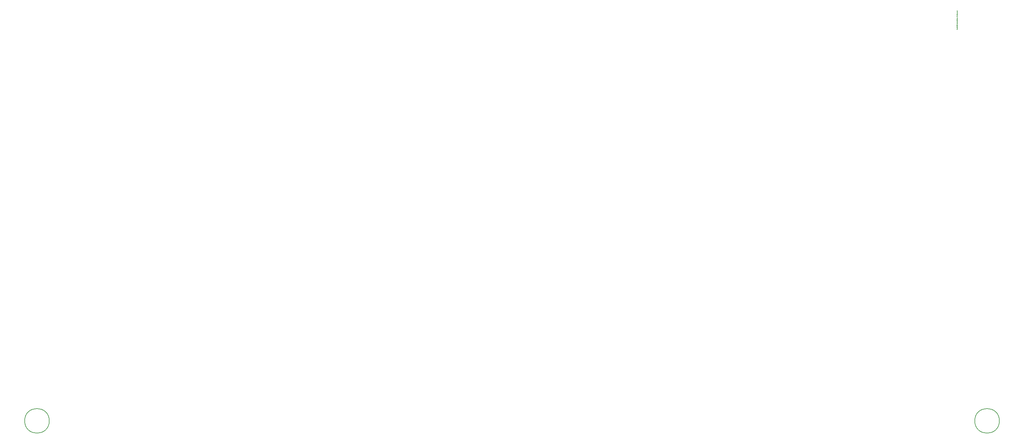
<source format=gbr>
%TF.GenerationSoftware,KiCad,Pcbnew,5.1.5+dfsg1-2build2*%
%TF.CreationDate,2021-09-08T17:23:41-04:00*%
%TF.ProjectId,coco3,636f636f-332e-46b6-9963-61645f706362,1.0.0*%
%TF.SameCoordinates,Original*%
%TF.FileFunction,Other,Comment*%
%FSLAX46Y46*%
G04 Gerber Fmt 4.6, Leading zero omitted, Abs format (unit mm)*
G04 Created by KiCad (PCBNEW 5.1.5+dfsg1-2build2) date 2021-09-08 17:23:41*
%MOMM*%
%LPD*%
G04 APERTURE LIST*
%ADD10C,0.150000*%
%ADD11C,0.002000*%
G04 APERTURE END LIST*
D10*
%TO.C,H1*%
X49301400Y-166574000D02*
G75*
G03X49301400Y-166574000I-3500000J0D01*
G01*
%TO.C,H2*%
X319301000Y-166574000D02*
G75*
G03X319301000Y-166574000I-3500000J0D01*
G01*
%TD*%
%TO.C,CN1*%
D11*
X307296357Y-55089833D02*
X307302404Y-55095880D01*
X307308452Y-55114023D01*
X307308452Y-55126119D01*
X307302404Y-55144261D01*
X307290309Y-55156357D01*
X307278214Y-55162404D01*
X307254023Y-55168452D01*
X307235880Y-55168452D01*
X307211690Y-55162404D01*
X307199595Y-55156357D01*
X307187500Y-55144261D01*
X307181452Y-55126119D01*
X307181452Y-55114023D01*
X307187500Y-55095880D01*
X307193547Y-55089833D01*
X307308452Y-55017261D02*
X307302404Y-55029357D01*
X307296357Y-55035404D01*
X307284261Y-55041452D01*
X307247976Y-55041452D01*
X307235880Y-55035404D01*
X307229833Y-55029357D01*
X307223785Y-55017261D01*
X307223785Y-54999119D01*
X307229833Y-54987023D01*
X307235880Y-54980976D01*
X307247976Y-54974928D01*
X307284261Y-54974928D01*
X307296357Y-54980976D01*
X307302404Y-54987023D01*
X307308452Y-54999119D01*
X307308452Y-55017261D01*
X307223785Y-54920500D02*
X307350785Y-54920500D01*
X307229833Y-54920500D02*
X307223785Y-54908404D01*
X307223785Y-54884214D01*
X307229833Y-54872119D01*
X307235880Y-54866071D01*
X307247976Y-54860023D01*
X307284261Y-54860023D01*
X307296357Y-54866071D01*
X307302404Y-54872119D01*
X307308452Y-54884214D01*
X307308452Y-54908404D01*
X307302404Y-54920500D01*
X307223785Y-54817690D02*
X307308452Y-54787452D01*
X307223785Y-54757214D02*
X307308452Y-54787452D01*
X307338690Y-54799547D01*
X307344738Y-54805595D01*
X307350785Y-54817690D01*
X307308452Y-54708833D02*
X307223785Y-54708833D01*
X307247976Y-54708833D02*
X307235880Y-54702785D01*
X307229833Y-54696738D01*
X307223785Y-54684642D01*
X307223785Y-54672547D01*
X307308452Y-54630214D02*
X307223785Y-54630214D01*
X307181452Y-54630214D02*
X307187500Y-54636261D01*
X307193547Y-54630214D01*
X307187500Y-54624166D01*
X307181452Y-54630214D01*
X307193547Y-54630214D01*
X307223785Y-54515309D02*
X307326595Y-54515309D01*
X307338690Y-54521357D01*
X307344738Y-54527404D01*
X307350785Y-54539500D01*
X307350785Y-54557642D01*
X307344738Y-54569738D01*
X307302404Y-54515309D02*
X307308452Y-54527404D01*
X307308452Y-54551595D01*
X307302404Y-54563690D01*
X307296357Y-54569738D01*
X307284261Y-54575785D01*
X307247976Y-54575785D01*
X307235880Y-54569738D01*
X307229833Y-54563690D01*
X307223785Y-54551595D01*
X307223785Y-54527404D01*
X307229833Y-54515309D01*
X307308452Y-54454833D02*
X307181452Y-54454833D01*
X307308452Y-54400404D02*
X307241928Y-54400404D01*
X307229833Y-54406452D01*
X307223785Y-54418547D01*
X307223785Y-54436690D01*
X307229833Y-54448785D01*
X307235880Y-54454833D01*
X307223785Y-54358071D02*
X307223785Y-54309690D01*
X307181452Y-54339928D02*
X307290309Y-54339928D01*
X307302404Y-54333880D01*
X307308452Y-54321785D01*
X307308452Y-54309690D01*
X307193547Y-54176642D02*
X307187500Y-54170595D01*
X307181452Y-54158500D01*
X307181452Y-54128261D01*
X307187500Y-54116166D01*
X307193547Y-54110119D01*
X307205642Y-54104071D01*
X307217738Y-54104071D01*
X307235880Y-54110119D01*
X307308452Y-54182690D01*
X307308452Y-54104071D01*
X307181452Y-54025452D02*
X307181452Y-54013357D01*
X307187500Y-54001261D01*
X307193547Y-53995214D01*
X307205642Y-53989166D01*
X307229833Y-53983119D01*
X307260071Y-53983119D01*
X307284261Y-53989166D01*
X307296357Y-53995214D01*
X307302404Y-54001261D01*
X307308452Y-54013357D01*
X307308452Y-54025452D01*
X307302404Y-54037547D01*
X307296357Y-54043595D01*
X307284261Y-54049642D01*
X307260071Y-54055690D01*
X307229833Y-54055690D01*
X307205642Y-54049642D01*
X307193547Y-54043595D01*
X307187500Y-54037547D01*
X307181452Y-54025452D01*
X307308452Y-53862166D02*
X307308452Y-53934738D01*
X307308452Y-53898452D02*
X307181452Y-53898452D01*
X307199595Y-53910547D01*
X307211690Y-53922642D01*
X307217738Y-53934738D01*
X307181452Y-53753309D02*
X307181452Y-53777500D01*
X307187500Y-53789595D01*
X307193547Y-53795642D01*
X307211690Y-53807738D01*
X307235880Y-53813785D01*
X307284261Y-53813785D01*
X307296357Y-53807738D01*
X307302404Y-53801690D01*
X307308452Y-53789595D01*
X307308452Y-53765404D01*
X307302404Y-53753309D01*
X307296357Y-53747261D01*
X307284261Y-53741214D01*
X307254023Y-53741214D01*
X307241928Y-53747261D01*
X307235880Y-53753309D01*
X307229833Y-53765404D01*
X307229833Y-53789595D01*
X307235880Y-53801690D01*
X307241928Y-53807738D01*
X307254023Y-53813785D01*
X307272166Y-53596071D02*
X307272166Y-53535595D01*
X307308452Y-53608166D02*
X307181452Y-53565833D01*
X307308452Y-53523500D01*
X307302404Y-53426738D02*
X307308452Y-53438833D01*
X307308452Y-53463023D01*
X307302404Y-53475119D01*
X307296357Y-53481166D01*
X307284261Y-53487214D01*
X307247976Y-53487214D01*
X307235880Y-53481166D01*
X307229833Y-53475119D01*
X307223785Y-53463023D01*
X307223785Y-53438833D01*
X307229833Y-53426738D01*
X307302404Y-53317880D02*
X307308452Y-53329976D01*
X307308452Y-53354166D01*
X307302404Y-53366261D01*
X307296357Y-53372309D01*
X307284261Y-53378357D01*
X307247976Y-53378357D01*
X307235880Y-53372309D01*
X307229833Y-53366261D01*
X307223785Y-53354166D01*
X307223785Y-53329976D01*
X307229833Y-53317880D01*
X307302404Y-53215071D02*
X307308452Y-53227166D01*
X307308452Y-53251357D01*
X307302404Y-53263452D01*
X307290309Y-53269500D01*
X307241928Y-53269500D01*
X307229833Y-53263452D01*
X307223785Y-53251357D01*
X307223785Y-53227166D01*
X307229833Y-53215071D01*
X307241928Y-53209023D01*
X307254023Y-53209023D01*
X307266119Y-53269500D01*
X307308452Y-53136452D02*
X307302404Y-53148547D01*
X307290309Y-53154595D01*
X307181452Y-53154595D01*
X307302404Y-53039690D02*
X307308452Y-53051785D01*
X307308452Y-53075976D01*
X307302404Y-53088071D01*
X307290309Y-53094119D01*
X307241928Y-53094119D01*
X307229833Y-53088071D01*
X307223785Y-53075976D01*
X307223785Y-53051785D01*
X307229833Y-53039690D01*
X307241928Y-53033642D01*
X307254023Y-53033642D01*
X307266119Y-53094119D01*
X307308452Y-52979214D02*
X307223785Y-52979214D01*
X307247976Y-52979214D02*
X307235880Y-52973166D01*
X307229833Y-52967119D01*
X307223785Y-52955023D01*
X307223785Y-52942928D01*
X307308452Y-52846166D02*
X307241928Y-52846166D01*
X307229833Y-52852214D01*
X307223785Y-52864309D01*
X307223785Y-52888500D01*
X307229833Y-52900595D01*
X307302404Y-52846166D02*
X307308452Y-52858261D01*
X307308452Y-52888500D01*
X307302404Y-52900595D01*
X307290309Y-52906642D01*
X307278214Y-52906642D01*
X307266119Y-52900595D01*
X307260071Y-52888500D01*
X307260071Y-52858261D01*
X307254023Y-52846166D01*
X307223785Y-52803833D02*
X307223785Y-52755452D01*
X307181452Y-52785690D02*
X307290309Y-52785690D01*
X307302404Y-52779642D01*
X307308452Y-52767547D01*
X307308452Y-52755452D01*
X307302404Y-52664738D02*
X307308452Y-52676833D01*
X307308452Y-52701023D01*
X307302404Y-52713119D01*
X307290309Y-52719166D01*
X307241928Y-52719166D01*
X307229833Y-52713119D01*
X307223785Y-52701023D01*
X307223785Y-52676833D01*
X307229833Y-52664738D01*
X307241928Y-52658690D01*
X307254023Y-52658690D01*
X307266119Y-52719166D01*
X307308452Y-52549833D02*
X307181452Y-52549833D01*
X307302404Y-52549833D02*
X307308452Y-52561928D01*
X307308452Y-52586119D01*
X307302404Y-52598214D01*
X307296357Y-52604261D01*
X307284261Y-52610309D01*
X307247976Y-52610309D01*
X307235880Y-52604261D01*
X307229833Y-52598214D01*
X307223785Y-52586119D01*
X307223785Y-52561928D01*
X307229833Y-52549833D01*
X307308452Y-52392595D02*
X307181452Y-52392595D01*
X307181452Y-52362357D01*
X307187500Y-52344214D01*
X307199595Y-52332119D01*
X307211690Y-52326071D01*
X307235880Y-52320023D01*
X307254023Y-52320023D01*
X307278214Y-52326071D01*
X307290309Y-52332119D01*
X307302404Y-52344214D01*
X307308452Y-52362357D01*
X307308452Y-52392595D01*
X307302404Y-52217214D02*
X307308452Y-52229309D01*
X307308452Y-52253500D01*
X307302404Y-52265595D01*
X307290309Y-52271642D01*
X307241928Y-52271642D01*
X307229833Y-52265595D01*
X307223785Y-52253500D01*
X307223785Y-52229309D01*
X307229833Y-52217214D01*
X307241928Y-52211166D01*
X307254023Y-52211166D01*
X307266119Y-52271642D01*
X307302404Y-52162785D02*
X307308452Y-52150690D01*
X307308452Y-52126500D01*
X307302404Y-52114404D01*
X307290309Y-52108357D01*
X307284261Y-52108357D01*
X307272166Y-52114404D01*
X307266119Y-52126500D01*
X307266119Y-52144642D01*
X307260071Y-52156738D01*
X307247976Y-52162785D01*
X307241928Y-52162785D01*
X307229833Y-52156738D01*
X307223785Y-52144642D01*
X307223785Y-52126500D01*
X307229833Y-52114404D01*
X307308452Y-52053928D02*
X307223785Y-52053928D01*
X307181452Y-52053928D02*
X307187500Y-52059976D01*
X307193547Y-52053928D01*
X307187500Y-52047880D01*
X307181452Y-52053928D01*
X307193547Y-52053928D01*
X307223785Y-51939023D02*
X307326595Y-51939023D01*
X307338690Y-51945071D01*
X307344738Y-51951119D01*
X307350785Y-51963214D01*
X307350785Y-51981357D01*
X307344738Y-51993452D01*
X307302404Y-51939023D02*
X307308452Y-51951119D01*
X307308452Y-51975309D01*
X307302404Y-51987404D01*
X307296357Y-51993452D01*
X307284261Y-51999500D01*
X307247976Y-51999500D01*
X307235880Y-51993452D01*
X307229833Y-51987404D01*
X307223785Y-51975309D01*
X307223785Y-51951119D01*
X307229833Y-51939023D01*
X307223785Y-51878547D02*
X307308452Y-51878547D01*
X307235880Y-51878547D02*
X307229833Y-51872500D01*
X307223785Y-51860404D01*
X307223785Y-51842261D01*
X307229833Y-51830166D01*
X307241928Y-51824119D01*
X307308452Y-51824119D01*
X307302404Y-51769690D02*
X307308452Y-51757595D01*
X307308452Y-51733404D01*
X307302404Y-51721309D01*
X307290309Y-51715261D01*
X307284261Y-51715261D01*
X307272166Y-51721309D01*
X307266119Y-51733404D01*
X307266119Y-51751547D01*
X307260071Y-51763642D01*
X307247976Y-51769690D01*
X307241928Y-51769690D01*
X307229833Y-51763642D01*
X307223785Y-51751547D01*
X307223785Y-51733404D01*
X307229833Y-51721309D01*
X307296357Y-51660833D02*
X307302404Y-51654785D01*
X307308452Y-51660833D01*
X307302404Y-51666880D01*
X307296357Y-51660833D01*
X307308452Y-51660833D01*
X307272166Y-51509642D02*
X307272166Y-51449166D01*
X307308452Y-51521738D02*
X307181452Y-51479404D01*
X307308452Y-51437071D01*
X307308452Y-51376595D02*
X307302404Y-51388690D01*
X307290309Y-51394738D01*
X307181452Y-51394738D01*
X307308452Y-51310071D02*
X307302404Y-51322166D01*
X307290309Y-51328214D01*
X307181452Y-51328214D01*
X307308452Y-51164928D02*
X307223785Y-51164928D01*
X307247976Y-51164928D02*
X307235880Y-51158880D01*
X307229833Y-51152833D01*
X307223785Y-51140738D01*
X307223785Y-51128642D01*
X307308452Y-51086309D02*
X307223785Y-51086309D01*
X307181452Y-51086309D02*
X307187500Y-51092357D01*
X307193547Y-51086309D01*
X307187500Y-51080261D01*
X307181452Y-51086309D01*
X307193547Y-51086309D01*
X307223785Y-50971404D02*
X307326595Y-50971404D01*
X307338690Y-50977452D01*
X307344738Y-50983500D01*
X307350785Y-50995595D01*
X307350785Y-51013738D01*
X307344738Y-51025833D01*
X307302404Y-50971404D02*
X307308452Y-50983500D01*
X307308452Y-51007690D01*
X307302404Y-51019785D01*
X307296357Y-51025833D01*
X307284261Y-51031880D01*
X307247976Y-51031880D01*
X307235880Y-51025833D01*
X307229833Y-51019785D01*
X307223785Y-51007690D01*
X307223785Y-50983500D01*
X307229833Y-50971404D01*
X307308452Y-50910928D02*
X307181452Y-50910928D01*
X307308452Y-50856500D02*
X307241928Y-50856500D01*
X307229833Y-50862547D01*
X307223785Y-50874642D01*
X307223785Y-50892785D01*
X307229833Y-50904880D01*
X307235880Y-50910928D01*
X307223785Y-50814166D02*
X307223785Y-50765785D01*
X307181452Y-50796023D02*
X307290309Y-50796023D01*
X307302404Y-50789976D01*
X307308452Y-50777880D01*
X307308452Y-50765785D01*
X307302404Y-50729500D02*
X307308452Y-50717404D01*
X307308452Y-50693214D01*
X307302404Y-50681119D01*
X307290309Y-50675071D01*
X307284261Y-50675071D01*
X307272166Y-50681119D01*
X307266119Y-50693214D01*
X307266119Y-50711357D01*
X307260071Y-50723452D01*
X307247976Y-50729500D01*
X307241928Y-50729500D01*
X307229833Y-50723452D01*
X307223785Y-50711357D01*
X307223785Y-50693214D01*
X307229833Y-50681119D01*
X307308452Y-50523880D02*
X307223785Y-50523880D01*
X307247976Y-50523880D02*
X307235880Y-50517833D01*
X307229833Y-50511785D01*
X307223785Y-50499690D01*
X307223785Y-50487595D01*
X307302404Y-50396880D02*
X307308452Y-50408976D01*
X307308452Y-50433166D01*
X307302404Y-50445261D01*
X307290309Y-50451309D01*
X307241928Y-50451309D01*
X307229833Y-50445261D01*
X307223785Y-50433166D01*
X307223785Y-50408976D01*
X307229833Y-50396880D01*
X307241928Y-50390833D01*
X307254023Y-50390833D01*
X307266119Y-50451309D01*
X307302404Y-50342452D02*
X307308452Y-50330357D01*
X307308452Y-50306166D01*
X307302404Y-50294071D01*
X307290309Y-50288023D01*
X307284261Y-50288023D01*
X307272166Y-50294071D01*
X307266119Y-50306166D01*
X307266119Y-50324309D01*
X307260071Y-50336404D01*
X307247976Y-50342452D01*
X307241928Y-50342452D01*
X307229833Y-50336404D01*
X307223785Y-50324309D01*
X307223785Y-50306166D01*
X307229833Y-50294071D01*
X307302404Y-50185214D02*
X307308452Y-50197309D01*
X307308452Y-50221500D01*
X307302404Y-50233595D01*
X307290309Y-50239642D01*
X307241928Y-50239642D01*
X307229833Y-50233595D01*
X307223785Y-50221500D01*
X307223785Y-50197309D01*
X307229833Y-50185214D01*
X307241928Y-50179166D01*
X307254023Y-50179166D01*
X307266119Y-50239642D01*
X307308452Y-50124738D02*
X307223785Y-50124738D01*
X307247976Y-50124738D02*
X307235880Y-50118690D01*
X307229833Y-50112642D01*
X307223785Y-50100547D01*
X307223785Y-50088452D01*
X307223785Y-50058214D02*
X307308452Y-50027976D01*
X307223785Y-49997738D01*
X307302404Y-49900976D02*
X307308452Y-49913071D01*
X307308452Y-49937261D01*
X307302404Y-49949357D01*
X307290309Y-49955404D01*
X307241928Y-49955404D01*
X307229833Y-49949357D01*
X307223785Y-49937261D01*
X307223785Y-49913071D01*
X307229833Y-49900976D01*
X307241928Y-49894928D01*
X307254023Y-49894928D01*
X307266119Y-49955404D01*
X307308452Y-49786071D02*
X307181452Y-49786071D01*
X307302404Y-49786071D02*
X307308452Y-49798166D01*
X307308452Y-49822357D01*
X307302404Y-49834452D01*
X307296357Y-49840500D01*
X307284261Y-49846547D01*
X307247976Y-49846547D01*
X307235880Y-49840500D01*
X307229833Y-49834452D01*
X307223785Y-49822357D01*
X307223785Y-49798166D01*
X307229833Y-49786071D01*
X307296357Y-49725595D02*
X307302404Y-49719547D01*
X307308452Y-49725595D01*
X307302404Y-49731642D01*
X307296357Y-49725595D01*
X307308452Y-49725595D01*
%TD*%
M02*

</source>
